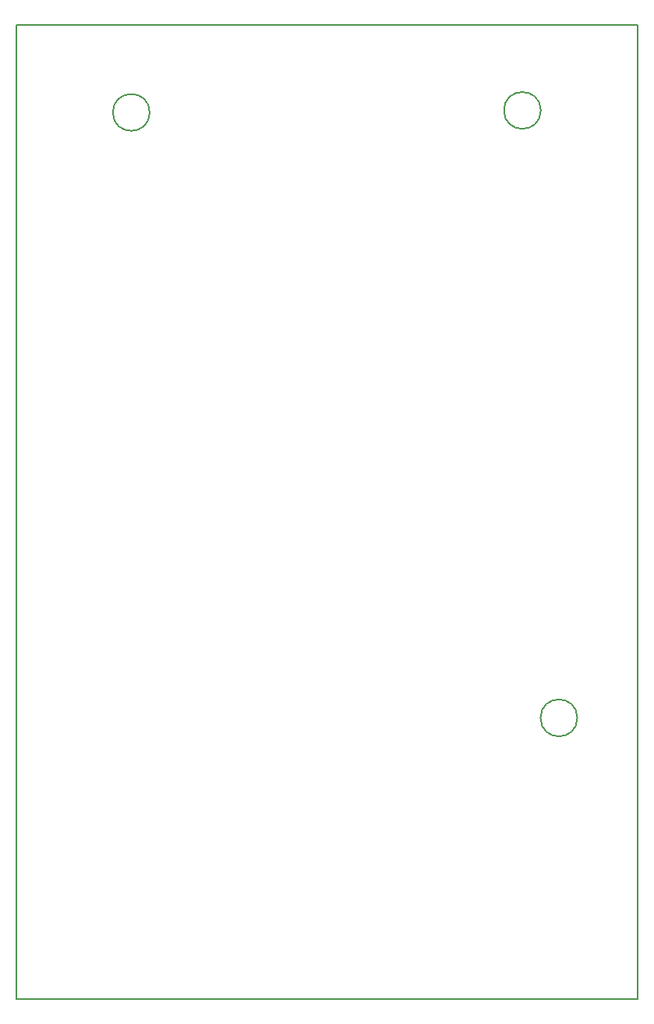
<source format=gbr>
%TF.GenerationSoftware,KiCad,Pcbnew,no-vcs-found-3ed106f~61~ubuntu16.04.1*%
%TF.CreationDate,2017-10-29T09:33:10+01:00*%
%TF.ProjectId,TFT_LCD_4_3_AM480272H2T_V1_0,5446545F4C43445F345F335F414D3438,V1_0*%
%TF.SameCoordinates,Original*%
%TF.FileFunction,Soldermask,Bot*%
%TF.FilePolarity,Negative*%
%FSLAX46Y46*%
G04 Gerber Fmt 4.6, Leading zero omitted, Abs format (unit mm)*
G04 Created by KiCad (PCBNEW no-vcs-found-3ed106f~61~ubuntu16.04.1) date Sun Oct 29 09:33:10 2017*
%MOMM*%
%LPD*%
G01*
G04 APERTURE LIST*
%ADD10C,0.150000*%
G04 APERTURE END LIST*
D10*
X131450000Y-47210000D02*
G75*
G03X131450000Y-47210000I-2000000J0D01*
G01*
X177900000Y-112940000D02*
G75*
G03X177900000Y-112940000I-2000000J0D01*
G01*
X173930000Y-46990000D02*
G75*
G03X173930000Y-46990000I-2000000J0D01*
G01*
X116960000Y-143450000D02*
X184460000Y-143450000D01*
X116960000Y-37750000D02*
X116960000Y-143450000D01*
X184460000Y-37750000D02*
X184460000Y-143450000D01*
X116960000Y-37750000D02*
X184460000Y-37750000D01*
M02*

</source>
